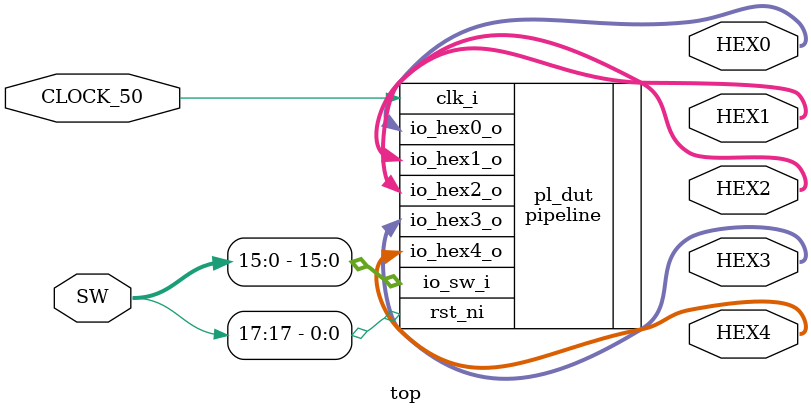
<source format=sv>
module top (
	input logic CLOCK_50,
	input logic [17:0] SW,
	
	output logic [6:0] HEX0,
	output logic [6:0] HEX1,
	output logic [6:0] HEX2,
	output logic [6:0] HEX3,
	output logic [6:0] HEX4
);

pipeline pl_dut(
	.clk_i		(CLOCK_50),
	.rst_ni		(SW[17]),
	.io_sw_i		(SW[15:0]),
	.io_hex0_o	(HEX0),
	.io_hex1_o	(HEX1),
	.io_hex2_o	(HEX2),
	.io_hex3_o	(HEX3),
	.io_hex4_o	(HEX4)
);

endmodule: top
</source>
